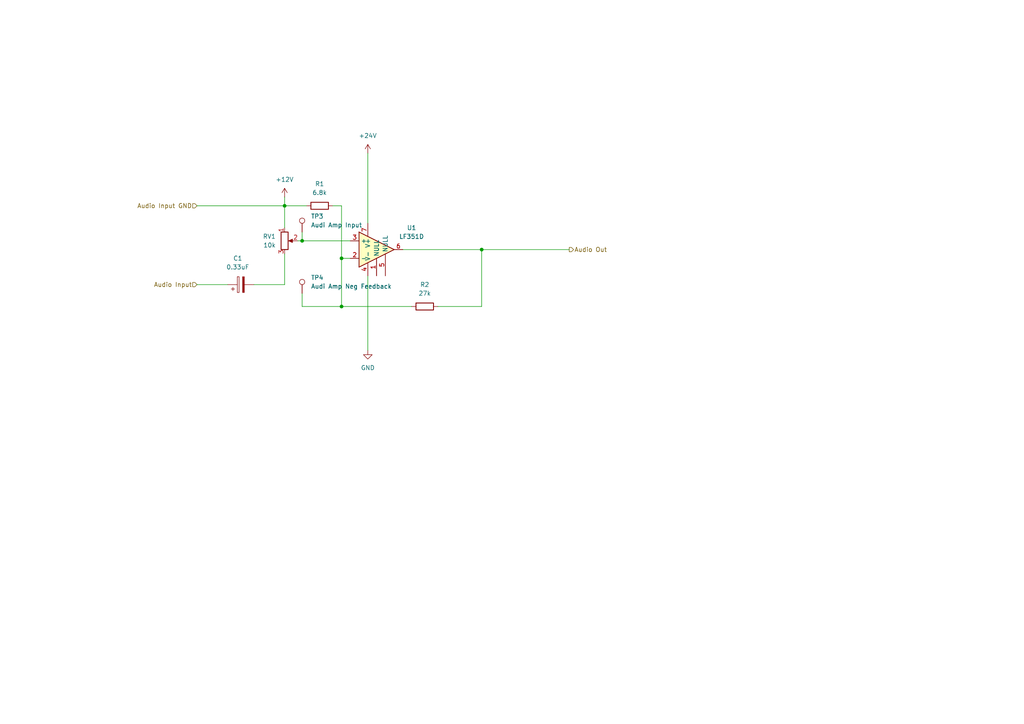
<source format=kicad_sch>
(kicad_sch (version 20231120) (generator "eeschema") (generator_version "8.0")
  (paper "A4")
  (lib_symbols
    (symbol "Amplifier_Operational:LF351D"
      (property "Reference" "U" (at 0 6.35 0))
      (property "Value" "LF351D" (at 0 3.81 0))
      (symbol "LF351D_0_1"
        (polyline (pts (xy -5.08 5.08) (xy 5.08 0) (xy -5.08 -5.08) (xy -5.08 5.08)) (stroke (width 0.254)) (fill (type background)))
      )
      (symbol "LF351D_1_1"
        (pin input line (at 0 -7.62 90) (length 5.08) (name "NULL") (number "1"))
        (pin input line (at -7.62 -2.54 0) (length 2.54) (name "-") (number "2"))
        (pin input line (at -7.62 2.54 0) (length 2.54) (name "+") (number "3"))
        (pin power_in line (at -2.54 -7.62 90) (length 3.81) (name "V-") (number "4"))
        (pin input line (at 2.54 -7.62 90) (length 6.35) (name "NULL") (number "5"))
        (pin output line (at 7.62 0 180) (length 2.54) (name "~") (number "6"))
        (pin power_in line (at -2.54 7.62 270) (length 3.81) (name "V+") (number "7"))
        (pin no_connect line (at 0 2.54 270) (length 2.54) hide (name "NC") (number "8"))
      )
    )
    (symbol "Connector:TestPoint" (pin_numbers hide) (pin_names (offset 0.762) hide)
      (property "Reference" "TP" (at 0 6.858 0))
      (property "Value" "TestPoint" (at 0 5.08 0))
      (symbol "TestPoint_0_1"
        (circle (center 0 3.302) (radius 0.762))
      )
      (symbol "TestPoint_1_1"
        (pin passive line (at 0 0 90) (length 2.54) (name "1") (number "1"))
      )
    )
    (symbol "Device:C_Polarized" (pin_numbers hide) (pin_names (offset 0.254))
      (property "Reference" "C" (at 0.635 2.54 0))
      (property "Value" "C_Polarized" (at 0.635 -2.54 0))
      (symbol "C_Polarized_0_1"
        (rectangle (start -2.286 0.508) (end 2.286 1.016))
        (polyline (pts (xy -1.778 2.286) (xy -0.762 2.286)))
        (polyline (pts (xy -1.27 2.794) (xy -1.27 1.778)))
        (rectangle (start 2.286 -0.508) (end -2.286 -1.016) (fill (type outline)))
      )
      (symbol "C_Polarized_1_1"
        (pin passive line (at 0 3.81 270) (length 2.794) (name "~") (number "1"))
        (pin passive line (at 0 -3.81 90) (length 2.794) (name "~") (number "2"))
      )
    )
    (symbol "Device:R" (pin_numbers hide) (pin_names (offset 0))
      (property "Reference" "R" (at 2.032 0 90))
      (property "Value" "R" (at 0 0 90))
      (symbol "R_0_1"
        (rectangle (start -1.016 -2.54) (end 1.016 2.54) (stroke (width 0.254)))
      )
      (symbol "R_1_1"
        (pin passive line (at 0 3.81 270) (length 1.27) (name "~") (number "1"))
        (pin passive line (at 0 -3.81 90) (length 1.27) (name "~") (number "2"))
      )
    )
    (symbol "Device:R_Potentiometer" (pin_names (offset 1.016) hide)
      (property "Reference" "RV" (at -4.445 0 90))
      (property "Value" "R_Potentiometer" (at -2.54 0 90))
      (symbol "R_Potentiometer_0_1"
        (polyline (pts (xy 2.54 0) (xy 1.524 0)))
        (polyline (pts (xy 1.143 0) (xy 2.286 0.508) (xy 2.286 -0.508) (xy 1.143 0)) (fill (type outline)))
        (rectangle (start 1.016 2.54) (end -1.016 -2.54) (stroke (width 0.254)))
      )
      (symbol "R_Potentiometer_1_1"
        (pin passive line (at 0 3.81 270) (length 1.27) (name "1") (number "1"))
        (pin passive line (at 3.81 0 180) (length 1.27) (name "2") (number "2"))
        (pin passive line (at 0 -3.81 90) (length 1.27) (name "3") (number "3"))
      )
    )
    (symbol "power:+12V" (power) (pin_numbers hide) (pin_names (offset 0) hide)
      (property "Value" "+12V" (at 0 3.556 0))
      (symbol "+12V_0_1"
        (polyline (pts (xy -0.762 1.27) (xy 0 2.54)))
        (polyline (pts (xy 0 0) (xy 0 2.54)))
        (polyline (pts (xy 0 2.54) (xy 0.762 1.27)))
      )
      (symbol "+12V_1_1"
        (pin power_in line (at 0 0 90) (length 0) (name "~") (number "1"))
      )
    )
    (symbol "power:+24V" (power) (pin_numbers hide) (pin_names (offset 0) hide)
      (property "Value" "+24V" (at 0 3.556 0))
      (symbol "+24V_0_1"
        (polyline (pts (xy -0.762 1.27) (xy 0 2.54)))
        (polyline (pts (xy 0 0) (xy 0 2.54)))
        (polyline (pts (xy 0 2.54) (xy 0.762 1.27)))
      )
      (symbol "+24V_1_1"
        (pin power_in line (at 0 0 90) (length 0) (name "~") (number "1"))
      )
    )
    (symbol "power:GND" (power) (pin_numbers hide) (pin_names (offset 0) hide)
      (property "Value" "GND" (at 0 -3.81 0))
      (symbol "GND_0_1"
        (polyline (pts (xy 0 0) (xy 0 -1.27) (xy 1.27 -1.27) (xy 0 -2.54) (xy -1.27 -1.27) (xy 0 -1.27)))
      )
      (symbol "GND_1_1"
        (pin power_in line (at 0 0 270) (length 0) (name "~") (number "1"))
      )
    )
  )
  (junction (at 82.55 59.69))
  (junction (at 99.06 74.93))
  (junction (at 87.63 69.85))
  (junction (at 99.06 88.9))
  (junction (at 139.7 72.39))
  (wire (pts (xy 82.55 59.69) (xy 82.55 66.04)))
  (wire (pts (xy 106.68 80.01) (xy 106.68 101.6)))
  (wire (pts (xy 82.55 82.55) (xy 73.66 82.55)))
  (wire (pts (xy 119.38 88.9) (xy 99.06 88.9)))
  (wire (pts (xy 139.7 88.9) (xy 127 88.9)))
  (wire (pts (xy 101.6 74.93) (xy 99.06 74.93)))
  (wire (pts (xy 57.15 59.69) (xy 82.55 59.69)))
  (wire (pts (xy 99.06 59.69) (xy 96.52 59.69)))
  (wire (pts (xy 82.55 73.66) (xy 82.55 82.55)))
  (wire (pts (xy 82.55 59.69) (xy 88.9 59.69)))
  (wire (pts (xy 87.63 69.85) (xy 101.6 69.85)))
  (wire (pts (xy 57.15 82.55) (xy 66.04 82.55)))
  (wire (pts (xy 116.84 72.39) (xy 139.7 72.39)))
  (wire (pts (xy 99.06 74.93) (xy 99.06 59.69)))
  (wire (pts (xy 106.68 44.45) (xy 106.68 64.77)))
  (wire (pts (xy 86.36 69.85) (xy 87.63 69.85)))
  (wire (pts (xy 139.7 72.39) (xy 139.7 88.9)))
  (wire (pts (xy 139.7 72.39) (xy 165.1 72.39)))
  (wire (pts (xy 87.63 67.31) (xy 87.63 69.85)))
  (wire (pts (xy 82.55 57.15) (xy 82.55 59.69)))
  (wire (pts (xy 99.06 88.9) (xy 99.06 74.93)))
  (wire (pts (xy 87.63 88.9) (xy 99.06 88.9)))
  (wire (pts (xy 87.63 85.09) (xy 87.63 88.9)))
  (hierarchical_label "Audio Input GND" (shape input) (at 57.15 59.69 180))
  (hierarchical_label "Audio Out" (shape output) (at 165.1 72.39 0))
  (hierarchical_label "Audio Input" (shape input) (at 57.15 82.55 180))
  (symbol (lib_id "Connector:TestPoint") (at 87.63 67.31 0) (unit 1)
    (property "Reference" "TP3" (at 90.17 62.7379 0) (effects (justify left)))
    (property "Value" "Audi Amp Input" (at 90.17 65.2779 0) (effects (justify left)))
    (property "Footprint" "TestPoint:TestPoint_Loop_D2.50mm_Drill1.0mm" (effects (hide yes)))
    (property "Description" "test point" (effects (hide yes)))
  )
  (symbol (lib_id "Device:R") (at 92.71 59.69 90) (unit 1)
    (property "Reference" "R1" (at 92.71 53.34 90))
    (property "Value" "6.8k" (at 92.71 55.88 90))
    (property "Footprint" "Resistor_SMD:R_1206_3216Metric_Pad1.30x1.75mm_HandSolder" (effects (hide yes)))
    (property "Description" "Resistor" (effects (hide yes)))
  )
  (symbol (lib_id "Device:R_Potentiometer") (at 82.55 69.85 0) (unit 1)
    (property "Reference" "RV1" (at 80.01 68.5799 0) (effects (justify right)))
    (property "Value" "10k" (at 80.01 71.1199 0) (effects (justify right)))
    (property "Footprint" "Potentiometer_THT:Potentiometer_Alps_RK163_Single_Horizontal" (effects (hide yes)))
    (property "Description" "Potentiometer" (effects (hide yes)))
  )
  (symbol (lib_id "Connector:TestPoint") (at 87.63 85.09 0) (unit 1)
    (property "Reference" "TP4" (at 90.17 80.5179 0) (effects (justify left)))
    (property "Value" "Audi Amp Neg Feedback" (at 90.17 83.0579 0) (effects (justify left)))
    (property "Footprint" "TestPoint:TestPoint_Loop_D2.50mm_Drill1.0mm" (effects (hide yes)))
    (property "Description" "test point" (effects (hide yes)))
  )
  (symbol (lib_id "power:+12V") (at 82.55 57.15 0) (unit 1)
    (property "Reference" "#PWR01" (effects (hide yes)))
    (property "Value" "+12V" (at 82.55 52.07 0))
    (property "Description" "Power symbol creates a global label with name \"+12V\"" (effects (hide yes)))
  )
  (symbol (lib_id "Amplifier_Operational:LF351D") (at 109.22 72.39 0) (unit 1)
    (property "Reference" "U1" (at 119.38 66.0714 0))
    (property "Value" "LF351D" (at 119.38 68.6114 0))
    (property "Footprint" "Package_SO:SOIC-8_3.9x4.9mm_P1.27mm" (effects (hide yes)))
    (property "Datasheet" "https://www.st.com/resource/en/datasheet/lf351.pdf" (effects (hide yes)))
    (property "Description" "Wide bandwidth single JFET operational amplifier, SOIC-8" (effects (hide yes)))
  )
  (symbol (lib_id "power:GND") (at 106.68 101.6 0) (unit 1)
    (property "Reference" "#PWR03" (effects (hide yes)))
    (property "Value" "GND" (at 106.68 106.68 0))
    (property "Description" "Power symbol creates a global label with name \"GND\" , ground" (effects (hide yes)))
  )
  (symbol (lib_id "power:+24V") (at 106.68 44.45 0) (unit 1)
    (property "Reference" "#PWR02" (effects (hide yes)))
    (property "Value" "+24V" (at 106.68 39.37 0))
    (property "Description" "Power symbol creates a global label with name \"+24V\"" (effects (hide yes)))
  )
  (symbol (lib_id "Device:C_Polarized") (at 69.85 82.55 90) (unit 1)
    (property "Reference" "C1" (at 68.961 74.93 90))
    (property "Value" "0.33uF" (at 68.961 77.47 90))
    (property "Footprint" "Capacitor_SMD:C_0805_2012Metric_Pad1.18x1.45mm_HandSolder" (effects (hide yes)))
    (property "Description" "Polarized capacitor" (effects (hide yes)))
  )
  (symbol (lib_id "Device:R") (at 123.19 88.9 90) (unit 1)
    (property "Reference" "R2" (at 123.19 82.55 90))
    (property "Value" "27k" (at 123.19 85.09 90))
    (property "Footprint" "Resistor_SMD:R_1206_3216Metric_Pad1.30x1.75mm_HandSolder" (effects (hide yes)))
    (property "Description" "Resistor" (effects (hide yes)))
  )
)
</source>
